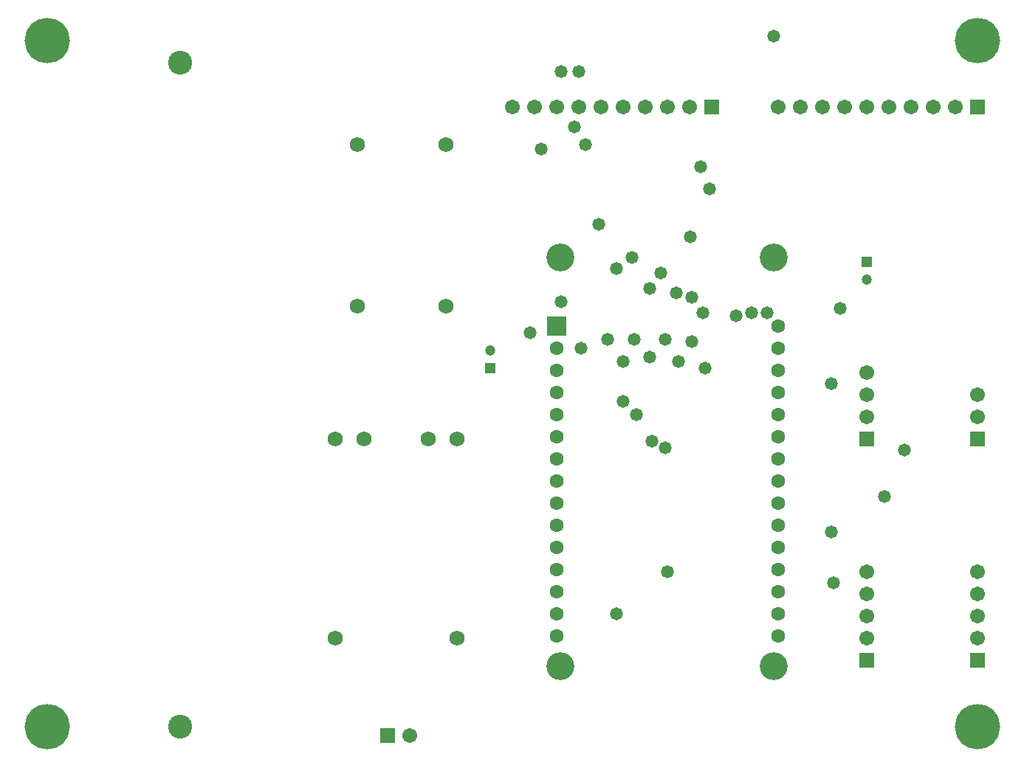
<source format=gbs>
%FSTAX23Y23*%
%MOIN*%
%SFA1B1*%

%IPPOS*%
%ADD17R,0.086740X0.086740*%
%ADD18C,0.063000*%
%ADD19C,0.126110*%
%ADD20R,0.047240X0.047240*%
%ADD21C,0.047240*%
%ADD22C,0.067060*%
%ADD23R,0.067060X0.067060*%
%ADD24R,0.067060X0.067060*%
%ADD25C,0.108000*%
%ADD26C,0.068000*%
%ADD27C,0.058000*%
%ADD28C,0.204850*%
%LNpcb1-1*%
%LPD*%
G54D17*
X043Y0381D03*
G54D18*
X043Y0371D03*
Y0361D03*
Y0351D03*
Y0341D03*
Y0331D03*
Y0321D03*
Y0311D03*
Y0301D03*
Y0291D03*
Y0281D03*
Y0271D03*
Y0261D03*
Y0251D03*
Y0241D03*
X053Y0381D03*
Y0371D03*
Y0361D03*
Y0351D03*
Y0341D03*
Y0331D03*
Y0321D03*
Y0311D03*
Y0301D03*
Y0291D03*
Y0281D03*
Y0271D03*
Y0261D03*
Y0251D03*
Y0241D03*
G54D19*
X04316Y02274D03*
X05281D03*
Y04123D03*
X04316D03*
G54D20*
X04Y03621D03*
X057Y041D03*
G54D21*
X04Y037D03*
X057Y04021D03*
G54D22*
X062Y035D03*
Y034D03*
X057Y024D03*
Y025D03*
Y026D03*
Y027D03*
Y034D03*
Y035D03*
Y036D03*
X048Y048D03*
X041D03*
X042D03*
X043D03*
X044D03*
X045D03*
X046D03*
X047D03*
X049D03*
X03639Y0196D03*
X061Y048D03*
X059D03*
X058D03*
X057D03*
X056D03*
X055D03*
X054D03*
X053D03*
X06D03*
X062Y027D03*
Y026D03*
Y025D03*
Y024D03*
G54D23*
X062Y033D03*
X057Y023D03*
Y033D03*
X062Y023D03*
G54D24*
X05Y048D03*
X03539Y0196D03*
X062Y048D03*
G54D25*
X026Y02D03*
Y05D03*
G54D26*
X0385Y033D03*
X033D03*
X0343D03*
X0385Y024D03*
X0372Y033D03*
X033Y024D03*
X034Y039D03*
X038D03*
X034Y0463D03*
X038D03*
G54D27*
X0525Y0387D03*
X0495Y0453D03*
X04905Y04215D03*
X0555Y0265D03*
X048Y027D03*
X0479Y0326D03*
X0496Y0387D03*
X0491Y0394D03*
X0484Y0396D03*
X0477Y0405D03*
X0472Y0398D03*
X0497Y0362D03*
X0485Y0365D03*
X0472Y0367D03*
X0464Y0412D03*
X046Y0365D03*
X0587Y0325D03*
X0578Y0304D03*
X0554Y0288D03*
Y0355D03*
X0558Y0389D03*
X0438Y0471D03*
X0432Y0496D03*
X0518Y0387D03*
X0511Y03859D03*
X0499Y0443D03*
X0491Y0374D03*
X0479Y0375D03*
X0473Y0329D03*
X0466Y0341D03*
X0465Y0375D03*
X046Y0347D03*
X0453Y0375D03*
X044Y0496D03*
X0443Y0463D03*
X0528Y0512D03*
X0423Y0461D03*
X0418Y0378D03*
X0432Y0392D03*
X0441Y0371D03*
X0449Y0427D03*
X0457Y0407D03*
Y0251D03*
G54D28*
X062Y02D03*
Y051D03*
X02Y02D03*
Y051D03*
M02*
</source>
